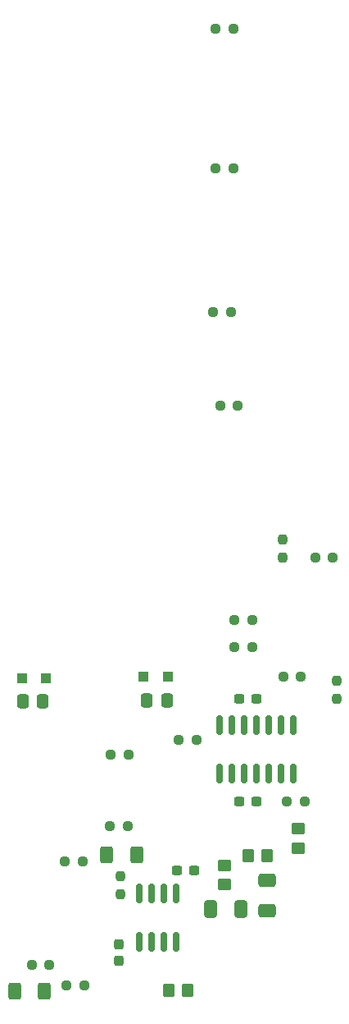
<source format=gbr>
%TF.GenerationSoftware,KiCad,Pcbnew,6.0.5-a6ca702e91~116~ubuntu22.04.1*%
%TF.CreationDate,2022-06-04T10:40:06-07:00*%
%TF.ProjectId,HEAR,48454152-2e6b-4696-9361-645f70636258,2.1*%
%TF.SameCoordinates,Original*%
%TF.FileFunction,Paste,Bot*%
%TF.FilePolarity,Positive*%
%FSLAX46Y46*%
G04 Gerber Fmt 4.6, Leading zero omitted, Abs format (unit mm)*
G04 Created by KiCad (PCBNEW 6.0.5-a6ca702e91~116~ubuntu22.04.1) date 2022-06-04 10:40:06*
%MOMM*%
%LPD*%
G01*
G04 APERTURE LIST*
G04 Aperture macros list*
%AMRoundRect*
0 Rectangle with rounded corners*
0 $1 Rounding radius*
0 $2 $3 $4 $5 $6 $7 $8 $9 X,Y pos of 4 corners*
0 Add a 4 corners polygon primitive as box body*
4,1,4,$2,$3,$4,$5,$6,$7,$8,$9,$2,$3,0*
0 Add four circle primitives for the rounded corners*
1,1,$1+$1,$2,$3*
1,1,$1+$1,$4,$5*
1,1,$1+$1,$6,$7*
1,1,$1+$1,$8,$9*
0 Add four rect primitives between the rounded corners*
20,1,$1+$1,$2,$3,$4,$5,0*
20,1,$1+$1,$4,$5,$6,$7,0*
20,1,$1+$1,$6,$7,$8,$9,0*
20,1,$1+$1,$8,$9,$2,$3,0*%
G04 Aperture macros list end*
%ADD10RoundRect,0.250000X0.337500X0.475000X-0.337500X0.475000X-0.337500X-0.475000X0.337500X-0.475000X0*%
%ADD11RoundRect,0.237500X0.300000X0.237500X-0.300000X0.237500X-0.300000X-0.237500X0.300000X-0.237500X0*%
%ADD12RoundRect,0.237500X-0.300000X-0.237500X0.300000X-0.237500X0.300000X0.237500X-0.300000X0.237500X0*%
%ADD13RoundRect,0.237500X0.237500X-0.300000X0.237500X0.300000X-0.237500X0.300000X-0.237500X-0.300000X0*%
%ADD14R,1.000000X1.000000*%
%ADD15RoundRect,0.237500X-0.250000X-0.237500X0.250000X-0.237500X0.250000X0.237500X-0.250000X0.237500X0*%
%ADD16RoundRect,0.237500X0.250000X0.237500X-0.250000X0.237500X-0.250000X-0.237500X0.250000X-0.237500X0*%
%ADD17RoundRect,0.237500X-0.237500X0.250000X-0.237500X-0.250000X0.237500X-0.250000X0.237500X0.250000X0*%
%ADD18RoundRect,0.150000X-0.150000X0.825000X-0.150000X-0.825000X0.150000X-0.825000X0.150000X0.825000X0*%
%ADD19RoundRect,0.250000X0.650000X-0.412500X0.650000X0.412500X-0.650000X0.412500X-0.650000X-0.412500X0*%
%ADD20RoundRect,0.250000X-0.400000X-0.625000X0.400000X-0.625000X0.400000X0.625000X-0.400000X0.625000X0*%
%ADD21RoundRect,0.250000X0.412500X0.650000X-0.412500X0.650000X-0.412500X-0.650000X0.412500X-0.650000X0*%
%ADD22RoundRect,0.250000X0.350000X0.450000X-0.350000X0.450000X-0.350000X-0.450000X0.350000X-0.450000X0*%
%ADD23RoundRect,0.250000X-0.450000X0.350000X-0.450000X-0.350000X0.450000X-0.350000X0.450000X0.350000X0*%
%ADD24RoundRect,0.250000X0.450000X-0.350000X0.450000X0.350000X-0.450000X0.350000X-0.450000X-0.350000X0*%
%ADD25RoundRect,0.237500X0.237500X-0.250000X0.237500X0.250000X-0.237500X0.250000X-0.237500X-0.250000X0*%
%ADD26RoundRect,0.150000X0.150000X-0.825000X0.150000X0.825000X-0.150000X0.825000X-0.150000X-0.825000X0*%
G04 APERTURE END LIST*
D10*
%TO.C,C5*%
X18385700Y-74396600D03*
X16310700Y-74396600D03*
%TD*%
%TO.C,C6*%
X5558700Y-74523600D03*
X3483700Y-74523600D03*
%TD*%
D11*
%TO.C,C7*%
X27608700Y-74269600D03*
X25883700Y-74269600D03*
%TD*%
%TO.C,C8*%
X27608700Y-84810600D03*
X25883700Y-84810600D03*
%TD*%
D12*
%TO.C,C9*%
X19463700Y-91945800D03*
X21188700Y-91945800D03*
%TD*%
D13*
%TO.C,C10*%
X13392000Y-101291900D03*
X13392000Y-99566900D03*
%TD*%
D14*
%TO.C,D1*%
X18471200Y-71983600D03*
X15971200Y-71983600D03*
%TD*%
%TO.C,D2*%
X5898200Y-72110600D03*
X3398200Y-72110600D03*
%TD*%
D15*
%TO.C,R17*%
X25387500Y-68900000D03*
X27212500Y-68900000D03*
%TD*%
D16*
%TO.C,R19*%
X35532700Y-59664600D03*
X33707700Y-59664600D03*
%TD*%
D17*
%TO.C,R20*%
X30378400Y-57863100D03*
X30378400Y-59688100D03*
%TD*%
D15*
%TO.C,R21*%
X30405700Y-71983600D03*
X32230700Y-71983600D03*
%TD*%
D17*
%TO.C,R22*%
X35900000Y-72387500D03*
X35900000Y-74212500D03*
%TD*%
D16*
%TO.C,R27*%
X21441900Y-78458400D03*
X19616900Y-78458400D03*
%TD*%
D15*
%TO.C,R28*%
X30786700Y-84810600D03*
X32611700Y-84810600D03*
%TD*%
D16*
%TO.C,R29*%
X14406100Y-80033200D03*
X12581100Y-80033200D03*
%TD*%
%TO.C,R30*%
X14323700Y-87350600D03*
X12498700Y-87350600D03*
%TD*%
D18*
%TO.C,U1*%
X23825200Y-77001600D03*
X25095200Y-77001600D03*
X26365200Y-77001600D03*
X27635200Y-77001600D03*
X28905200Y-77001600D03*
X30175200Y-77001600D03*
X31445200Y-77001600D03*
X31445200Y-81951600D03*
X30175200Y-81951600D03*
X28905200Y-81951600D03*
X27635200Y-81951600D03*
X26365200Y-81951600D03*
X25095200Y-81951600D03*
X23825200Y-81951600D03*
%TD*%
D15*
%TO.C,R7*%
X23877900Y-43992800D03*
X25702900Y-43992800D03*
%TD*%
D19*
%TO.C,C2*%
X28759000Y-96099100D03*
X28759000Y-92974100D03*
%TD*%
D20*
%TO.C,R34*%
X12172200Y-90371000D03*
X15272200Y-90371000D03*
%TD*%
D21*
%TO.C,C1*%
X26028900Y-95908200D03*
X22903900Y-95908200D03*
%TD*%
D15*
%TO.C,R23*%
X4402300Y-101648600D03*
X6227300Y-101648600D03*
%TD*%
D22*
%TO.C,R35*%
X28768400Y-90421800D03*
X26768400Y-90421800D03*
%TD*%
D15*
%TO.C,R5*%
X23166700Y-34391600D03*
X24991700Y-34391600D03*
%TD*%
D22*
%TO.C,R15*%
X20564200Y-104341000D03*
X18564200Y-104341000D03*
%TD*%
D23*
%TO.C,R16*%
X24339400Y-91403000D03*
X24339400Y-93403000D03*
%TD*%
D24*
%TO.C,R36*%
X31953200Y-89620600D03*
X31953200Y-87620600D03*
%TD*%
D25*
%TO.C,R24*%
X13620600Y-94382300D03*
X13620600Y-92557300D03*
%TD*%
D26*
%TO.C,U2*%
X19310200Y-99297600D03*
X18040200Y-99297600D03*
X16770200Y-99297600D03*
X15500200Y-99297600D03*
X15500200Y-94347600D03*
X16770200Y-94347600D03*
X18040200Y-94347600D03*
X19310200Y-94347600D03*
%TD*%
D15*
%TO.C,R25*%
X8034500Y-103782200D03*
X9859500Y-103782200D03*
%TD*%
D20*
%TO.C,R33*%
X2647200Y-104391800D03*
X5747200Y-104391800D03*
%TD*%
D15*
%TO.C,R26*%
X7856700Y-91006000D03*
X9681700Y-91006000D03*
%TD*%
%TO.C,R38*%
X25387500Y-66100000D03*
X27212500Y-66100000D03*
%TD*%
%TO.C,R3*%
X23420700Y-19532600D03*
X25245700Y-19532600D03*
%TD*%
%TO.C,R1*%
X23420700Y-5181600D03*
X25245700Y-5181600D03*
%TD*%
M02*

</source>
